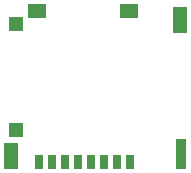
<source format=gtp>
G75*
%MOIN*%
%OFA0B0*%
%FSLAX25Y25*%
%IPPOS*%
%LPD*%
%AMOC8*
5,1,8,0,0,1.08239X$1,22.5*
%
%ADD10R,0.03150X0.04882*%
%ADD11R,0.05906X0.04528*%
%ADD12R,0.03740X0.09843*%
%ADD13R,0.04528X0.08661*%
%ADD14R,0.04567X0.04921*%
%ADD15R,0.04567X0.04724*%
D10*
X0295781Y0054361D03*
X0300112Y0054361D03*
X0304443Y0054361D03*
X0308773Y0054361D03*
X0313104Y0054361D03*
X0317435Y0054361D03*
X0321766Y0054361D03*
X0326096Y0054361D03*
D11*
X0325860Y0104597D03*
X0295230Y0104597D03*
D12*
X0343222Y0056841D03*
D13*
X0286608Y0056251D03*
X0342789Y0101448D03*
D14*
X0288143Y0064715D03*
D15*
X0288143Y0100070D03*
M02*

</source>
